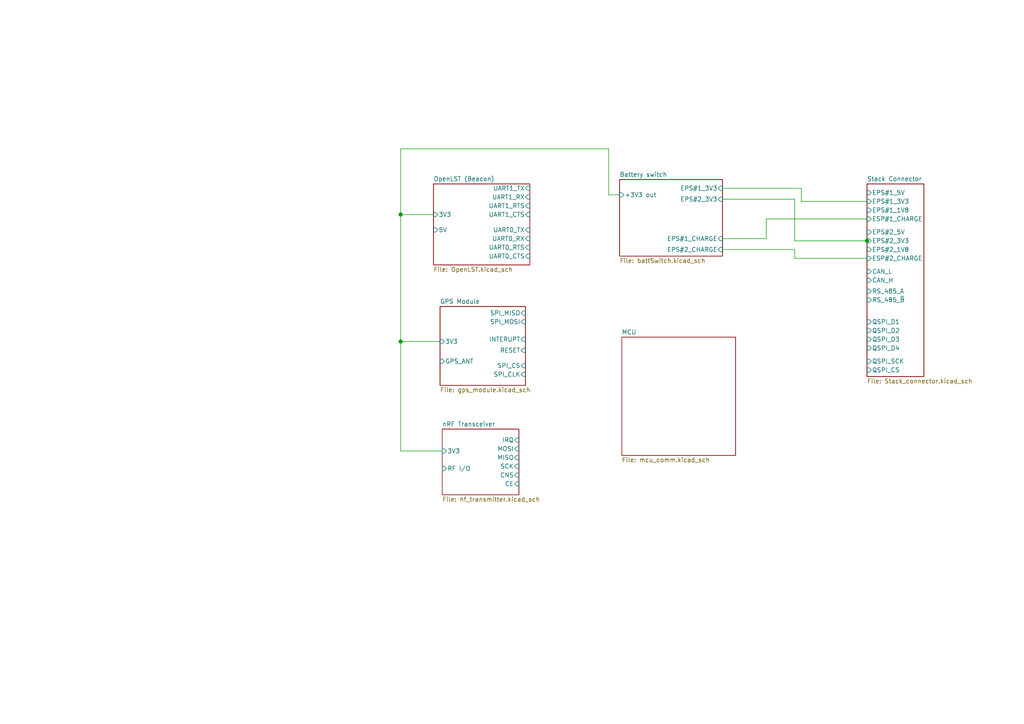
<source format=kicad_sch>
(kicad_sch (version 20210621) (generator eeschema)
  (paper "A4")
  (lib_symbols)
  (junction (at 116.205 62.23) (diameter 1.016))
  (junction (at 116.205 99.06) (diameter 1.016))
  (junction (at 251.46 69.85) (diameter 1.016))
  (wire (pts (xy 116.205 43.18) (xy 116.205 62.23)))
  (wire (pts (xy 116.205 62.23) (xy 116.205 99.06)))
  (wire (pts (xy 116.205 62.23) (xy 125.73 62.23)))
  (wire (pts (xy 116.205 99.06) (xy 116.205 130.81)))
  (wire (pts (xy 116.205 99.06) (xy 127.635 99.06)))
  (wire (pts (xy 128.27 130.81) (xy 116.205 130.81)))
  (wire (pts (xy 176.53 43.18) (xy 116.205 43.18)))
  (wire (pts (xy 176.53 56.515) (xy 176.53 43.18)))
  (wire (pts (xy 179.705 56.515) (xy 176.53 56.515)))
  (wire (pts (xy 209.55 57.785) (xy 230.505 57.785)))
  (wire (pts (xy 209.55 72.39) (xy 230.505 72.39)))
  (wire (pts (xy 222.25 63.5) (xy 222.25 69.215)))
  (wire (pts (xy 222.25 69.215) (xy 209.55 69.215)))
  (wire (pts (xy 230.505 57.785) (xy 230.505 69.85)))
  (wire (pts (xy 230.505 69.85) (xy 251.46 69.85)))
  (wire (pts (xy 230.505 72.39) (xy 230.505 74.93)))
  (wire (pts (xy 230.505 74.93) (xy 251.46 74.93)))
  (wire (pts (xy 232.41 54.61) (xy 209.55 54.61)))
  (wire (pts (xy 232.41 58.42) (xy 232.41 54.61)))
  (wire (pts (xy 251.46 58.42) (xy 232.41 58.42)))
  (wire (pts (xy 251.46 63.5) (xy 222.25 63.5)))
  (wire (pts (xy 251.46 69.85) (xy 252.095 69.85)))
  (sheet (at 179.705 52.07) (size 29.845 22.225) (stroke (width 0.1524))
    (property "Název listu" "Battery switch" (at 179.705 51.3584 0) (effects (justify left bottom)))
    (property "Soubor listu" "battSwitch.kicad_sch" (at 179.705 74.8796 0) (effects (justify left top)))
    (pin "+3V3 out" input (at 179.705 56.515 180))
    (pin "EPS#1_3V3" input (at 209.55 54.61 0))
    (pin "EPS#2_CHARGE" input (at 209.55 72.39 0))
    (pin "EPS#1_CHARGE" input (at 209.55 69.215 0))
    (pin "EPS#2_3V3" input (at 209.55 57.785 0))
  )
  (sheet (at 127.635 88.9) (size 24.765 22.86) (stroke (width 0.1524))
    (property "Název listu" "GPS Module" (at 127.635 88.1884 0) (effects (justify left bottom)))
    (property "Soubor listu" "gps_module.kicad_sch" (at 127.635 112.3446 0) (effects (justify left top)))
    (pin "3V3" input (at 127.635 99.06 180))
    (pin "SPI_MISO" input (at 152.4 90.805 0))
    (pin "SPI_CLK" input (at 152.4 108.585 0))
    (pin "SPI_MOSI" input (at 152.4 93.345 0))
    (pin "SPI_CS" input (at 152.4 106.045 0))
    (pin "INTERUPT" input (at 152.4 98.425 0))
    (pin "RESET" input (at 152.4 101.6 0))
    (pin "GPS_ANT" input (at 127.635 104.775 180))
  )
  (sheet (at 180.34 97.79) (size 33.02 34.29) (stroke (width 0.1524))
    (property "Název listu" "MCU" (at 180.34 97.0784 0) (effects (justify left bottom)))
    (property "Soubor listu" "mcu_comm.kicad_sch" (at 180.34 132.6646 0) (effects (justify left top)))
  )
  (sheet (at 125.73 53.34) (size 27.94 23.495) (stroke (width 0.1524))
    (property "Název listu" "OpenLST (Beacon)" (at 125.73 52.6284 0) (effects (justify left bottom)))
    (property "Soubor listu" "OpenLST.kicad_sch" (at 125.73 77.4196 0) (effects (justify left top)))
    (pin "5V" input (at 125.73 66.675 180))
    (pin "3V3" input (at 125.73 62.23 180))
    (pin "UART0_CTS" input (at 153.67 74.295 0))
    (pin "UART0_RTS" input (at 153.67 71.755 0))
    (pin "UART0_RX" input (at 153.67 69.215 0))
    (pin "UART0_TX" input (at 153.67 66.675 0))
    (pin "UART1_TX" input (at 153.67 54.61 0))
    (pin "UART1_CTS" input (at 153.67 62.23 0))
    (pin "UART1_RTS" input (at 153.67 59.69 0))
    (pin "UART1_RX" input (at 153.67 57.15 0))
  )
  (sheet (at 251.46 53.34) (size 16.51 55.88) (stroke (width 0.1524))
    (property "Název listu" "Stack Connector" (at 251.46 52.6284 0) (effects (justify left bottom)))
    (property "Soubor listu" "Stack_connector.kicad_sch" (at 251.46 109.8046 0) (effects (justify left top)))
    (pin "CAN_H" input (at 251.46 81.28 180))
    (pin "RS_485_A" input (at 251.46 84.455 180))
    (pin "EPS#1_5V" input (at 251.46 55.88 180))
    (pin "EPS#1_3V3" input (at 251.46 58.42 180))
    (pin "EPS#1_1V8" input (at 251.46 60.96 180))
    (pin "CAN_L" input (at 251.46 78.74 180))
    (pin "RS_485_~{B}" input (at 251.46 86.995 180))
    (pin "QSPI_D1" input (at 251.46 93.345 180))
    (pin "QSPI_SCK" input (at 251.46 104.775 180))
    (pin "EPS#2_3V3" input (at 251.46 69.85 180))
    (pin "EPS#2_5V" input (at 251.46 67.31 180))
    (pin "QSPI_CS" input (at 251.46 107.315 180))
    (pin "EPS#2_1V8" input (at 251.46 72.39 180))
    (pin "QSPI_D2" input (at 251.46 95.885 180))
    (pin "QSPI_D3" input (at 251.46 98.425 180))
    (pin "QSPI_D4" input (at 251.46 100.965 180))
    (pin "ESP#2_CHARGE" input (at 251.46 74.93 180))
    (pin "ESP#1_CHARGE" input (at 251.46 63.5 180))
  )
  (sheet (at 128.27 124.46) (size 22.225 19.05) (stroke (width 0.1524))
    (property "Název listu" "nRF Transceiver" (at 128.27 123.7484 0) (effects (justify left bottom)))
    (property "Soubor listu" "hf_transmitter.kicad_sch" (at 128.27 144.0946 0) (effects (justify left top)))
    (pin "RF I{slash}O" input (at 128.27 135.89 180))
    (pin "3V3" input (at 128.27 130.81 180))
    (pin "MOSI" input (at 150.495 130.175 0))
    (pin "MISO" input (at 150.495 132.715 0))
    (pin "SCK" input (at 150.495 135.255 0))
    (pin "CNS" input (at 150.495 137.795 0))
    (pin "CE" input (at 150.495 140.335 0))
    (pin "IRQ" input (at 150.495 127.635 0))
  )
)
</source>
